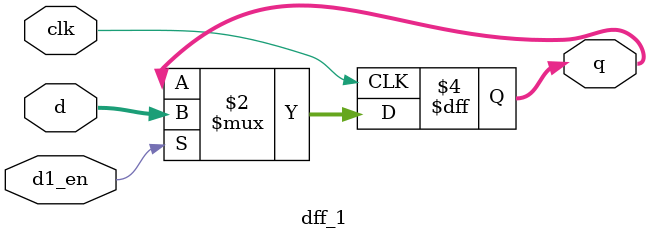
<source format=sv>
module dff_1(
  input d1_en,
  input [7:0] d,
  input clk,
  output reg [7:0] q
);

always @(posedge clk) begin
  if (d1_en) begin
    q <= d;
  end
end

endmodule

</source>
